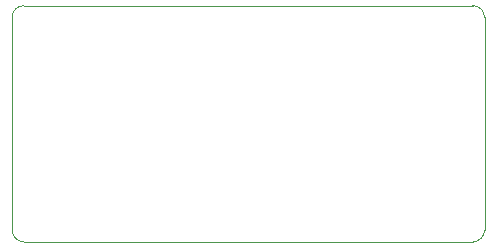
<source format=gbr>
%TF.GenerationSoftware,KiCad,Pcbnew,(5.1.6)-1*%
%TF.CreationDate,2020-08-19T15:04:17+02:00*%
%TF.ProjectId,nRF24module,6e524632-346d-46f6-9475-6c652e6b6963,1*%
%TF.SameCoordinates,Original*%
%TF.FileFunction,Profile,NP*%
%FSLAX46Y46*%
G04 Gerber Fmt 4.6, Leading zero omitted, Abs format (unit mm)*
G04 Created by KiCad (PCBNEW (5.1.6)-1) date 2020-08-19 15:04:17*
%MOMM*%
%LPD*%
G01*
G04 APERTURE LIST*
%TA.AperFunction,Profile*%
%ADD10C,0.050000*%
%TD*%
G04 APERTURE END LIST*
D10*
X119600000Y-93000000D02*
X119600000Y-111000000D01*
X119600000Y-93000000D02*
G75*
G02*
X120600000Y-92000000I1000000J0D01*
G01*
X120600000Y-112000000D02*
G75*
G02*
X119600000Y-111000000I0J1000000D01*
G01*
X158600000Y-112000000D02*
X120600000Y-112000000D01*
X158600000Y-92000000D02*
X120600000Y-92000000D01*
X159600000Y-111000000D02*
G75*
G02*
X158600000Y-112000000I-1000000J0D01*
G01*
X158600000Y-92000000D02*
G75*
G02*
X159600000Y-93000000I0J-1000000D01*
G01*
X159600000Y-102000000D02*
X159600000Y-111000000D01*
X159600000Y-102000000D02*
X159600000Y-93000000D01*
M02*

</source>
